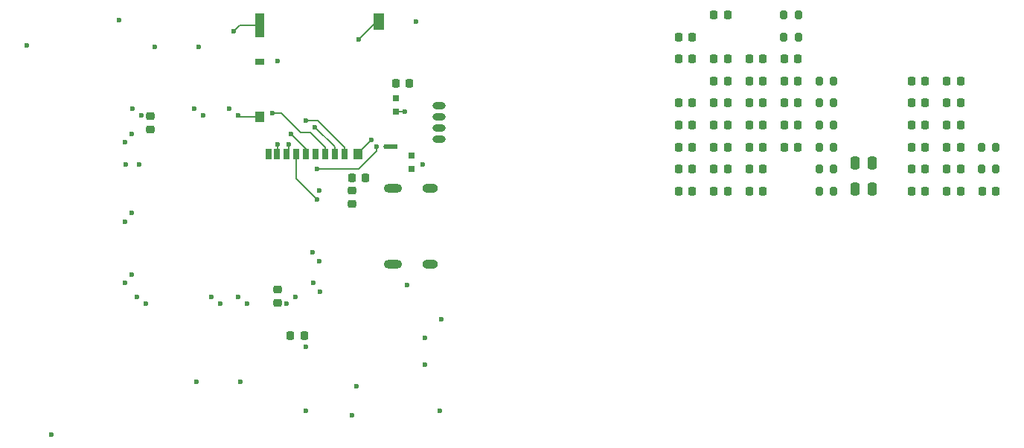
<source format=gbr>
%TF.GenerationSoftware,KiCad,Pcbnew,9.0.1-9.0.1-0~ubuntu24.04.1*%
%TF.CreationDate,2025-06-01T18:05:04-05:00*%
%TF.ProjectId,FC,46432e6b-6963-4616-945f-706362585858,rev?*%
%TF.SameCoordinates,Original*%
%TF.FileFunction,Copper,L4,Bot*%
%TF.FilePolarity,Positive*%
%FSLAX46Y46*%
G04 Gerber Fmt 4.6, Leading zero omitted, Abs format (unit mm)*
G04 Created by KiCad (PCBNEW 9.0.1-9.0.1-0~ubuntu24.04.1) date 2025-06-01 18:05:04*
%MOMM*%
%LPD*%
G01*
G04 APERTURE LIST*
G04 Aperture macros list*
%AMRoundRect*
0 Rectangle with rounded corners*
0 $1 Rounding radius*
0 $2 $3 $4 $5 $6 $7 $8 $9 X,Y pos of 4 corners*
0 Add a 4 corners polygon primitive as box body*
4,1,4,$2,$3,$4,$5,$6,$7,$8,$9,$2,$3,0*
0 Add four circle primitives for the rounded corners*
1,1,$1+$1,$2,$3*
1,1,$1+$1,$4,$5*
1,1,$1+$1,$6,$7*
1,1,$1+$1,$8,$9*
0 Add four rect primitives between the rounded corners*
20,1,$1+$1,$2,$3,$4,$5,0*
20,1,$1+$1,$4,$5,$6,$7,0*
20,1,$1+$1,$6,$7,$8,$9,0*
20,1,$1+$1,$8,$9,$2,$3,0*%
G04 Aperture macros list end*
%TA.AperFunction,HeatsinkPad*%
%ADD10C,0.500000*%
%TD*%
%TA.AperFunction,HeatsinkPad*%
%ADD11R,1.600000X0.500000*%
%TD*%
%TA.AperFunction,SMDPad,CuDef*%
%ADD12R,0.685800X0.711200*%
%TD*%
%TA.AperFunction,SMDPad,CuDef*%
%ADD13RoundRect,0.225000X-0.225000X-0.250000X0.225000X-0.250000X0.225000X0.250000X-0.225000X0.250000X0*%
%TD*%
%TA.AperFunction,SMDPad,CuDef*%
%ADD14RoundRect,0.218750X-0.218750X-0.256250X0.218750X-0.256250X0.218750X0.256250X-0.218750X0.256250X0*%
%TD*%
%TA.AperFunction,SMDPad,CuDef*%
%ADD15RoundRect,0.225000X-0.250000X0.225000X-0.250000X-0.225000X0.250000X-0.225000X0.250000X0.225000X0*%
%TD*%
%TA.AperFunction,SMDPad,CuDef*%
%ADD16RoundRect,0.200000X-0.200000X-0.275000X0.200000X-0.275000X0.200000X0.275000X-0.200000X0.275000X0*%
%TD*%
%TA.AperFunction,SMDPad,CuDef*%
%ADD17RoundRect,0.225000X0.250000X-0.225000X0.250000X0.225000X-0.250000X0.225000X-0.250000X-0.225000X0*%
%TD*%
%TA.AperFunction,HeatsinkPad*%
%ADD18O,2.100000X1.000000*%
%TD*%
%TA.AperFunction,HeatsinkPad*%
%ADD19O,1.800000X1.000000*%
%TD*%
%TA.AperFunction,SMDPad,CuDef*%
%ADD20RoundRect,0.250000X-0.250000X-0.475000X0.250000X-0.475000X0.250000X0.475000X-0.250000X0.475000X0*%
%TD*%
%TA.AperFunction,SMDPad,CuDef*%
%ADD21RoundRect,0.225000X0.225000X0.250000X-0.225000X0.250000X-0.225000X-0.250000X0.225000X-0.250000X0*%
%TD*%
%TA.AperFunction,SMDPad,CuDef*%
%ADD22O,1.500000X0.800000*%
%TD*%
%TA.AperFunction,SMDPad,CuDef*%
%ADD23R,0.700000X1.200000*%
%TD*%
%TA.AperFunction,SMDPad,CuDef*%
%ADD24R,1.000000X1.200000*%
%TD*%
%TA.AperFunction,SMDPad,CuDef*%
%ADD25R,1.000000X2.800000*%
%TD*%
%TA.AperFunction,SMDPad,CuDef*%
%ADD26R,1.300000X1.900000*%
%TD*%
%TA.AperFunction,SMDPad,CuDef*%
%ADD27R,1.000000X0.800000*%
%TD*%
%TA.AperFunction,ViaPad*%
%ADD28C,0.600000*%
%TD*%
%TA.AperFunction,Conductor*%
%ADD29C,0.200000*%
%TD*%
G04 APERTURE END LIST*
D10*
%TO.P,U1,7,PAD*%
%TO.N,GND*%
X192300000Y-65750000D03*
D11*
X192850000Y-65750000D03*
D10*
X193400000Y-65750000D03*
%TD*%
D12*
%TO.P,U7,2*%
%TO.N,Net-(J1-VBUS-PadA4)*%
X195250000Y-68250000D03*
%TO.P,U7,1*%
%TO.N,+5V*%
X195250000Y-66751400D03*
%TD*%
D13*
%TO.P,C18,1*%
%TO.N,GND*%
X225630000Y-60770000D03*
%TO.P,C18,2*%
%TO.N,+3.3V*%
X227180000Y-60770000D03*
%TD*%
%TO.P,C33,1*%
%TO.N,GND*%
X233650000Y-68300000D03*
%TO.P,C33,2*%
%TO.N,+3.3V*%
X235200000Y-68300000D03*
%TD*%
%TO.P,C3,1*%
%TO.N,GND*%
X252130000Y-65790000D03*
%TO.P,C3,2*%
%TO.N,+3.3V*%
X253680000Y-65790000D03*
%TD*%
D14*
%TO.P,L1,1*%
%TO.N,Net-(U10-VFBSMPS)*%
X237647500Y-55750000D03*
%TO.P,L1,2*%
%TO.N,Net-(U10-VLXSMPS)*%
X239222500Y-55750000D03*
%TD*%
D13*
%TO.P,C21,1*%
%TO.N,GND*%
X225630000Y-53240000D03*
%TO.P,C21,2*%
%TO.N,+3.3V*%
X227180000Y-53240000D03*
%TD*%
%TO.P,C44,1*%
%TO.N,GND*%
X237660000Y-63280000D03*
%TO.P,C44,2*%
%TO.N,Net-(U10-VFBSMPS)*%
X239210000Y-63280000D03*
%TD*%
%TO.P,C23,1*%
%TO.N,GND*%
X229640000Y-70810000D03*
%TO.P,C23,2*%
%TO.N,+3.3V*%
X231190000Y-70810000D03*
%TD*%
%TO.P,C46,1*%
%TO.N,GND*%
X237660000Y-58260000D03*
%TO.P,C46,2*%
%TO.N,+3.3V*%
X239210000Y-58260000D03*
%TD*%
%TO.P,C11,1*%
%TO.N,GND*%
X256140000Y-60770000D03*
%TO.P,C11,2*%
%TO.N,+3.3V*%
X257690000Y-60770000D03*
%TD*%
%TO.P,C32,1*%
%TO.N,GND*%
X233650000Y-70810000D03*
%TO.P,C32,2*%
%TO.N,+3.3V*%
X235200000Y-70810000D03*
%TD*%
%TO.P,C2,1*%
%TO.N,GND*%
X252130000Y-68300000D03*
%TO.P,C2,2*%
%TO.N,+3.3V*%
X253680000Y-68300000D03*
%TD*%
D15*
%TO.P,C40,1*%
%TO.N,GND*%
X180000000Y-81975000D03*
%TO.P,C40,2*%
%TO.N,Net-(C40-Pad2)*%
X180000000Y-83525000D03*
%TD*%
D13*
%TO.P,C26,1*%
%TO.N,GND*%
X229640000Y-63280000D03*
%TO.P,C26,2*%
%TO.N,+3.3V*%
X231190000Y-63280000D03*
%TD*%
%TO.P,C27,1*%
%TO.N,GND*%
X229640000Y-60770000D03*
%TO.P,C27,2*%
%TO.N,+3.3V*%
X231190000Y-60770000D03*
%TD*%
%TO.P,C24,1*%
%TO.N,GND*%
X229640000Y-68300000D03*
%TO.P,C24,2*%
%TO.N,+3.3V*%
X231190000Y-68300000D03*
%TD*%
%TO.P,C14,1*%
%TO.N,GND*%
X225630000Y-70810000D03*
%TO.P,C14,2*%
%TO.N,+3.3V*%
X227180000Y-70810000D03*
%TD*%
%TO.P,C7,1*%
%TO.N,GND*%
X256140000Y-70810000D03*
%TO.P,C7,2*%
%TO.N,+3.3V*%
X257690000Y-70810000D03*
%TD*%
D16*
%TO.P,R2,1*%
%TO.N,/USB_DP*%
X237610000Y-50730000D03*
%TO.P,R2,2*%
%TO.N,Net-(J1-DP1)*%
X239260000Y-50730000D03*
%TD*%
D17*
%TO.P,C19,1*%
%TO.N,GND*%
X188500000Y-72275000D03*
%TO.P,C19,2*%
%TO.N,+3.3V*%
X188500000Y-70725000D03*
%TD*%
D13*
%TO.P,C37,1*%
%TO.N,Net-(C37-Pad1)*%
X233650000Y-58260000D03*
%TO.P,C37,2*%
%TO.N,+3.3V*%
X235200000Y-58260000D03*
%TD*%
%TO.P,C45,1*%
%TO.N,GND*%
X237660000Y-60770000D03*
%TO.P,C45,2*%
%TO.N,Net-(U10-VFBSMPS)*%
X239210000Y-60770000D03*
%TD*%
D18*
%TO.P,J1,S1,GND*%
%TO.N,GND*%
X193145000Y-79070000D03*
D19*
X197325000Y-79070000D03*
D18*
X193145000Y-70430000D03*
D19*
X197325000Y-70430000D03*
%TD*%
D16*
%TO.P,R7,1*%
%TO.N,+3.3V*%
X241620000Y-65790000D03*
%TO.P,R7,2*%
%TO.N,/NRST*%
X243270000Y-65790000D03*
%TD*%
%TO.P,R4,1*%
%TO.N,GND*%
X241620000Y-68300000D03*
%TO.P,R4,2*%
%TO.N,Net-(J1-CC1)*%
X243270000Y-68300000D03*
%TD*%
D13*
%TO.P,C31,1*%
%TO.N,Net-(U1-OUT)*%
X229640000Y-50730000D03*
%TO.P,C31,2*%
%TO.N,+3.3V*%
X231190000Y-50730000D03*
%TD*%
%TO.P,C15,1*%
%TO.N,GND*%
X225630000Y-68300000D03*
%TO.P,C15,2*%
%TO.N,+3.3V*%
X227180000Y-68300000D03*
%TD*%
D16*
%TO.P,R6,1*%
%TO.N,+3.3V*%
X260100000Y-65790000D03*
%TO.P,R6,2*%
%TO.N,Net-(U9-~{SAFEBOOT})*%
X261750000Y-65790000D03*
%TD*%
%TO.P,R5,1*%
%TO.N,+3.3V*%
X260100000Y-68300000D03*
%TO.P,R5,2*%
%TO.N,Net-(U9-~{RESET})*%
X261750000Y-68300000D03*
%TD*%
D13*
%TO.P,C17,1*%
%TO.N,GND*%
X225630000Y-63280000D03*
%TO.P,C17,2*%
%TO.N,+3.3V*%
X227180000Y-63280000D03*
%TD*%
D20*
%TO.P,C47,1*%
%TO.N,GND*%
X245725000Y-70560000D03*
%TO.P,C47,2*%
%TO.N,+5V*%
X247625000Y-70560000D03*
%TD*%
D17*
%TO.P,C42,1*%
%TO.N,GND*%
X165500000Y-63775000D03*
%TO.P,C42,2*%
%TO.N,Net-(C42-Pad2)*%
X165500000Y-62225000D03*
%TD*%
D13*
%TO.P,C38,1*%
%TO.N,GND*%
X233650000Y-55750000D03*
%TO.P,C38,2*%
%TO.N,Net-(C37-Pad1)*%
X235200000Y-55750000D03*
%TD*%
%TO.P,C43,1*%
%TO.N,Net-(U10-VLXSMPS)*%
X237660000Y-65790000D03*
%TO.P,C43,2*%
%TO.N,GND*%
X239210000Y-65790000D03*
%TD*%
%TO.P,C9,1*%
%TO.N,GND*%
X256140000Y-65790000D03*
%TO.P,C9,2*%
%TO.N,+3.3V*%
X257690000Y-65790000D03*
%TD*%
%TO.P,C25,1*%
%TO.N,GND*%
X229640000Y-65790000D03*
%TO.P,C25,2*%
%TO.N,+3.3V*%
X231190000Y-65790000D03*
%TD*%
%TO.P,C13,1*%
%TO.N,GND*%
X260150000Y-70810000D03*
%TO.P,C13,2*%
%TO.N,Net-(U2-REGOUT)*%
X261700000Y-70810000D03*
%TD*%
%TO.P,C39,1*%
%TO.N,GND*%
X188475000Y-69250000D03*
%TO.P,C39,2*%
%TO.N,+5V*%
X190025000Y-69250000D03*
%TD*%
D16*
%TO.P,R9,1*%
%TO.N,/LEDC_PWM*%
X241620000Y-60770000D03*
%TO.P,R9,2*%
%TO.N,Net-(U15-DIN)*%
X243270000Y-60770000D03*
%TD*%
D13*
%TO.P,C34,1*%
%TO.N,GND*%
X233650000Y-65790000D03*
%TO.P,C34,2*%
%TO.N,+3.3V*%
X235200000Y-65790000D03*
%TD*%
%TO.P,C5,1*%
%TO.N,GND*%
X252130000Y-60770000D03*
%TO.P,C5,2*%
%TO.N,+3.3V*%
X253680000Y-60770000D03*
%TD*%
%TO.P,C4,1*%
%TO.N,GND*%
X252130000Y-63280000D03*
%TO.P,C4,2*%
%TO.N,+3.3V*%
X253680000Y-63280000D03*
%TD*%
%TO.P,C35,1*%
%TO.N,GND*%
X233650000Y-63280000D03*
%TO.P,C35,2*%
%TO.N,+3.3V*%
X235200000Y-63280000D03*
%TD*%
%TO.P,C1,1*%
%TO.N,GND*%
X252130000Y-70810000D03*
%TO.P,C1,2*%
%TO.N,Net-(U6-C1)*%
X253680000Y-70810000D03*
%TD*%
%TO.P,C22,1*%
%TO.N,GND*%
X181475000Y-87250000D03*
%TO.P,C22,2*%
%TO.N,+3.3V*%
X183025000Y-87250000D03*
%TD*%
%TO.P,C6,1*%
%TO.N,GND*%
X252130000Y-58260000D03*
%TO.P,C6,2*%
%TO.N,+3.3V*%
X253680000Y-58260000D03*
%TD*%
%TO.P,C20,1*%
%TO.N,GND*%
X225630000Y-55750000D03*
%TO.P,C20,2*%
%TO.N,+3.3V*%
X227180000Y-55750000D03*
%TD*%
%TO.P,C36,1*%
%TO.N,GND*%
X233650000Y-60770000D03*
%TO.P,C36,2*%
%TO.N,+3.3V*%
X235200000Y-60770000D03*
%TD*%
%TO.P,C8,1*%
%TO.N,GND*%
X256140000Y-68300000D03*
%TO.P,C8,2*%
%TO.N,+3.3V*%
X257690000Y-68300000D03*
%TD*%
D16*
%TO.P,R10,1*%
%TO.N,/LEDB_PWM*%
X241620000Y-58260000D03*
%TO.P,R10,2*%
%TO.N,Net-(U16-DIN)*%
X243270000Y-58260000D03*
%TD*%
D12*
%TO.P,U8,1*%
%TO.N,+5V*%
X193500000Y-61750000D03*
%TO.P,U8,2*%
%TO.N,/ESC_5V*%
X193500000Y-60251400D03*
%TD*%
D21*
%TO.P,C41,1*%
%TO.N,GND*%
X195025000Y-58500000D03*
%TO.P,C41,2*%
%TO.N,Net-(C41-Pad2)*%
X193475000Y-58500000D03*
%TD*%
D20*
%TO.P,C48,1*%
%TO.N,GND*%
X245725000Y-67550000D03*
%TO.P,C48,2*%
%TO.N,+5V*%
X247625000Y-67550000D03*
%TD*%
D13*
%TO.P,C16,1*%
%TO.N,GND*%
X225630000Y-65790000D03*
%TO.P,C16,2*%
%TO.N,+3.3V*%
X227180000Y-65790000D03*
%TD*%
%TO.P,C29,1*%
%TO.N,GND*%
X229640000Y-55750000D03*
%TO.P,C29,2*%
%TO.N,+3.3V*%
X231190000Y-55750000D03*
%TD*%
D16*
%TO.P,R8,1*%
%TO.N,Net-(R8-Pad1)*%
X241620000Y-63280000D03*
%TO.P,R8,2*%
%TO.N,Net-(U10-BOOT0)*%
X243270000Y-63280000D03*
%TD*%
D13*
%TO.P,C28,1*%
%TO.N,GND*%
X229640000Y-58260000D03*
%TO.P,C28,2*%
%TO.N,+3.3V*%
X231190000Y-58260000D03*
%TD*%
D22*
%TO.P,J34,5,Pin_5*%
%TO.N,unconnected-(J34-Pin_5-Pad5)*%
X198368500Y-64905000D03*
%TO.P,J34,6,Pin_6*%
%TO.N,+3.3V*%
X198368500Y-63635000D03*
%TO.P,J34,7,Pin_7*%
%TO.N,/NRST*%
X198368500Y-62365000D03*
%TO.P,J34,8,Pin_8*%
%TO.N,unconnected-(J34-Pin_8-Pad8)*%
X198368500Y-61095000D03*
%TD*%
D16*
%TO.P,R3,1*%
%TO.N,GND*%
X241620000Y-70810000D03*
%TO.P,R3,2*%
%TO.N,Net-(J1-CC2)*%
X243270000Y-70810000D03*
%TD*%
D13*
%TO.P,C12,1*%
%TO.N,GND*%
X256140000Y-58260000D03*
%TO.P,C12,2*%
%TO.N,+3.3V*%
X257690000Y-58260000D03*
%TD*%
D16*
%TO.P,R1,1*%
%TO.N,/USB_DM*%
X237610000Y-53240000D03*
%TO.P,R1,2*%
%TO.N,Net-(J1-DN1)*%
X239260000Y-53240000D03*
%TD*%
D13*
%TO.P,C10,1*%
%TO.N,GND*%
X256140000Y-63280000D03*
%TO.P,C10,2*%
%TO.N,+3.3V*%
X257690000Y-63280000D03*
%TD*%
D23*
%TO.P,J2,1,DAT2*%
%TO.N,/SD_DAT2*%
X187600000Y-66600000D03*
%TO.P,J2,2,CD/DAT3*%
%TO.N,/SD_DAT3*%
X186500000Y-66600000D03*
%TO.P,J2,3,CMD*%
%TO.N,/SD_CMD*%
X185400000Y-66600000D03*
%TO.P,J2,4,VDD*%
%TO.N,+3.3V*%
X184300000Y-66600000D03*
%TO.P,J2,5,CLK*%
%TO.N,/SD_CLK*%
X183200000Y-66600000D03*
%TO.P,J2,6,VSS*%
%TO.N,GND*%
X182100000Y-66600000D03*
%TO.P,J2,7,DAT0*%
%TO.N,/SD_DAT0*%
X181000000Y-66600000D03*
%TO.P,J2,8,DAT1*%
%TO.N,/SD_DAT1*%
X179900000Y-66600000D03*
D24*
%TO.P,J2,P1,SHIELD*%
%TO.N,GND*%
X178000000Y-62300000D03*
D25*
%TO.P,J2,P2,SHIELD__1*%
X178000000Y-51950000D03*
D26*
%TO.P,J2,P3,SHIELD__2*%
X191500000Y-51500000D03*
D24*
%TO.P,J2,P4,SHIELD__3*%
X189150000Y-66600000D03*
D27*
%TO.P,J2,SWA,A*%
%TO.N,unconnected-(J2-A-PadSWA)*%
X178000000Y-56100000D03*
D23*
%TO.P,J2,SWB,B*%
%TO.N,unconnected-(J2-B-PadSWB)*%
X178950000Y-66600000D03*
%TD*%
D28*
%TO.N,+3.3V*%
X183025000Y-87250000D03*
%TO.N,GND*%
X181475000Y-87250000D03*
X164250000Y-67750000D03*
%TO.N,+3.3V*%
X162750000Y-67750000D03*
X174500000Y-61425000D03*
%TO.N,GND*%
X175500000Y-62175000D03*
%TO.N,+3.3V*%
X170500000Y-61425000D03*
%TO.N,GND*%
X171500000Y-62175000D03*
%TO.N,+3.3V*%
X163500000Y-61425000D03*
%TO.N,GND*%
X164500000Y-62175000D03*
%TO.N,+3.3V*%
X162675000Y-65250000D03*
%TO.N,GND*%
X163425000Y-64250000D03*
%TO.N,+3.3V*%
X162675000Y-74250000D03*
%TO.N,GND*%
X163425000Y-73250000D03*
%TO.N,+3.3V*%
X162675000Y-81250000D03*
%TO.N,GND*%
X163425000Y-80250000D03*
%TO.N,+3.3V*%
X165000000Y-83575000D03*
%TO.N,GND*%
X164000000Y-82825000D03*
%TO.N,+3.3V*%
X173500000Y-83575000D03*
%TO.N,GND*%
X172500000Y-82825000D03*
X175500000Y-82825000D03*
%TO.N,+3.3V*%
X176500000Y-83575000D03*
X181000000Y-83575000D03*
%TO.N,GND*%
X182000000Y-82825000D03*
%TO.N,+3.3V*%
X184825000Y-82250000D03*
%TO.N,GND*%
X184075000Y-81250000D03*
%TO.N,+3.3V*%
X184750000Y-78750000D03*
%TO.N,GND*%
X184000000Y-77750000D03*
%TO.N,+3.3V*%
X184750000Y-70750000D03*
%TO.N,GND*%
X184500000Y-71750000D03*
X189250000Y-53500000D03*
X190650000Y-65000000D03*
%TO.N,/SD_CMD*%
X179400000Y-61900000D03*
%TO.N,/SD_DAT3*%
X184250000Y-63500000D03*
%TO.N,/SD_CLK*%
X181500000Y-64250000D03*
%TO.N,/SD_DAT2*%
X183250000Y-62750000D03*
%TO.N,/SD_DAT1*%
X180000000Y-65500000D03*
%TO.N,/SD_DAT0*%
X181250000Y-65500000D03*
%TO.N,+5V*%
X184500000Y-68250000D03*
X191250000Y-65750000D03*
%TO.N,GND*%
X196500000Y-67750000D03*
X194750000Y-81500000D03*
X196750000Y-90500000D03*
X196750000Y-87500000D03*
%TO.N,+5V*%
X180000000Y-56000000D03*
X161945650Y-51350000D03*
%TO.N,+3.3V*%
X171000000Y-54400000D03*
%TO.N,GND*%
X175000000Y-52600000D03*
X166000000Y-54400000D03*
X175750000Y-92500000D03*
%TO.N,+3.3V*%
X170750000Y-92500000D03*
%TO.N,GND*%
X188500000Y-96250000D03*
X183250000Y-88500000D03*
%TO.N,+3.3V*%
X183250000Y-95750000D03*
X189000000Y-93000000D03*
%TO.N,+5V*%
X195750000Y-51500000D03*
X151500000Y-54250000D03*
X154250000Y-98500000D03*
X198500000Y-95750000D03*
X198625000Y-85375000D03*
X194500000Y-61750000D03*
%TD*%
D29*
%TO.N,GND*%
X178000000Y-62300000D02*
X175625000Y-62300000D01*
X175625000Y-62300000D02*
X175500000Y-62175000D01*
X190650000Y-65000000D02*
X189250000Y-66400000D01*
X189250000Y-66400000D02*
X189250000Y-66500000D01*
X189250000Y-66500000D02*
X189150000Y-66600000D01*
X184500000Y-71750000D02*
X182100000Y-69350000D01*
X182100000Y-69350000D02*
X182100000Y-66600000D01*
X189250000Y-53500000D02*
X191250000Y-51500000D01*
X191250000Y-51500000D02*
X191500000Y-51500000D01*
X178000000Y-51950000D02*
X175650000Y-51950000D01*
X175650000Y-51950000D02*
X175000000Y-52600000D01*
%TO.N,/SD_CMD*%
X179400000Y-61900000D02*
X180400000Y-61900000D01*
X180400000Y-61900000D02*
X182649986Y-64149986D01*
X182649986Y-64149986D02*
X183749986Y-64149986D01*
X183749986Y-64149986D02*
X185400000Y-65800000D01*
X185400000Y-65800000D02*
X185400000Y-66600000D01*
%TO.N,/SD_DAT3*%
X184250000Y-63500000D02*
X186500000Y-65750000D01*
X186500000Y-65750000D02*
X186500000Y-66600000D01*
%TO.N,/SD_DAT2*%
X183250000Y-62750000D02*
X184550000Y-62750000D01*
X184550000Y-62750000D02*
X187600000Y-65800000D01*
X187600000Y-65800000D02*
X187600000Y-66600000D01*
%TO.N,/SD_CLK*%
X181500000Y-64250000D02*
X183200000Y-65950000D01*
X183200000Y-65950000D02*
X183200000Y-66600000D01*
%TO.N,/SD_DAT1*%
X180000000Y-65500000D02*
X180000000Y-66500000D01*
X180000000Y-66500000D02*
X179900000Y-66600000D01*
%TO.N,/SD_DAT0*%
X181250000Y-65500000D02*
X181250000Y-66350000D01*
X181250000Y-66350000D02*
X181000000Y-66600000D01*
%TO.N,+5V*%
X189202000Y-68250000D02*
X184500000Y-68250000D01*
X191250000Y-65750000D02*
X191250000Y-66202000D01*
X191250000Y-66202000D02*
X189202000Y-68250000D01*
X193500000Y-61750000D02*
X194500000Y-61750000D01*
%TD*%
M02*

</source>
